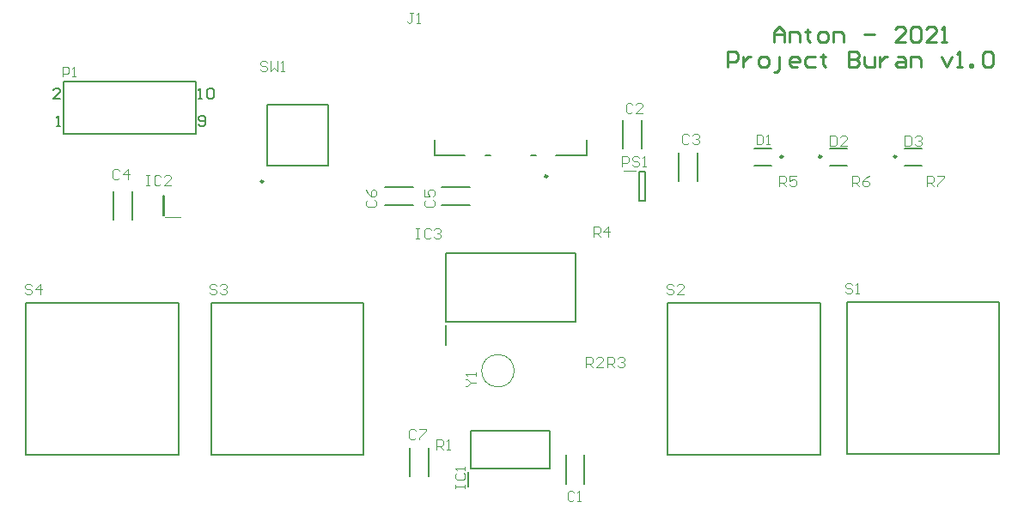
<source format=gto>
G04*
G04 #@! TF.GenerationSoftware,Altium Limited,Altium Designer,21.2.2 (38)*
G04*
G04 Layer_Color=65535*
%FSLAX25Y25*%
%MOIN*%
G70*
G04*
G04 #@! TF.SameCoordinates,A8DC1787-E1FC-4306-BF81-433DAE83029F*
G04*
G04*
G04 #@! TF.FilePolarity,Positive*
G04*
G01*
G75*
%ADD10C,0.00394*%
%ADD11C,0.00984*%
%ADD12C,0.00787*%
%ADD13C,0.01000*%
%ADD14C,0.00600*%
D10*
X191929Y48032D02*
G03*
X191929Y60630I0J6299D01*
G01*
D02*
G03*
X191929Y48032I0J-6299D01*
G01*
X240748Y131988D02*
X245472D01*
X62709Y113883D02*
X68771Y113880D01*
X160002Y109695D02*
X161314D01*
X160658D01*
Y105760D01*
X160002D01*
X161314D01*
X165905Y109039D02*
X165250Y109695D01*
X163938D01*
X163282Y109039D01*
Y106415D01*
X163938Y105760D01*
X165250D01*
X165905Y106415D01*
X167217Y109039D02*
X167873Y109695D01*
X169185D01*
X169841Y109039D01*
Y108383D01*
X169185Y107727D01*
X168529D01*
X169185D01*
X169841Y107071D01*
Y106415D01*
X169185Y105760D01*
X167873D01*
X167217Y106415D01*
X179528Y48459D02*
X180184D01*
X181496Y49771D01*
X180184Y51083D01*
X179528D01*
X181496Y49771D02*
X183464D01*
Y52395D02*
Y53707D01*
Y53051D01*
X179528D01*
X180184Y52395D01*
X175296Y8630D02*
Y9942D01*
Y9286D01*
X179232D01*
Y8630D01*
Y9942D01*
X175952Y14534D02*
X175296Y13878D01*
Y12566D01*
X175952Y11910D01*
X178576D01*
X179232Y12566D01*
Y13878D01*
X178576Y14534D01*
X179232Y15845D02*
Y17157D01*
Y16501D01*
X175296D01*
X175952Y15845D01*
X159974Y30938D02*
X159318Y31594D01*
X158006D01*
X157350Y30938D01*
Y28314D01*
X158006Y27658D01*
X159318D01*
X159974Y28314D01*
X161286Y31594D02*
X163910D01*
Y30938D01*
X161286Y28314D01*
Y27658D01*
X358531Y126083D02*
Y130019D01*
X360499D01*
X361155Y129363D01*
Y128051D01*
X360499Y127395D01*
X358531D01*
X359843D02*
X361155Y126083D01*
X362467Y130019D02*
X365091D01*
Y129363D01*
X362467Y126739D01*
Y126083D01*
X329397D02*
Y130019D01*
X331365D01*
X332021Y129363D01*
Y128051D01*
X331365Y127395D01*
X329397D01*
X330709D02*
X332021Y126083D01*
X335957Y130019D02*
X334645Y129363D01*
X333333Y128051D01*
Y126739D01*
X333989Y126083D01*
X335301D01*
X335957Y126739D01*
Y127395D01*
X335301Y128051D01*
X333333D01*
X301051Y126083D02*
Y130019D01*
X303019D01*
X303675Y129363D01*
Y128051D01*
X303019Y127395D01*
X301051D01*
X302363D02*
X303675Y126083D01*
X307611Y130019D02*
X304987D01*
Y128051D01*
X306299Y128707D01*
X306955D01*
X307611Y128051D01*
Y126739D01*
X306955Y126083D01*
X305643D01*
X304987Y126739D01*
X349870Y145767D02*
Y141831D01*
X351838D01*
X352494Y142487D01*
Y145111D01*
X351838Y145767D01*
X349870D01*
X353806Y145111D02*
X354462Y145767D01*
X355773D01*
X356429Y145111D01*
Y144455D01*
X355773Y143799D01*
X355118D01*
X355773D01*
X356429Y143143D01*
Y142487D01*
X355773Y141831D01*
X354462D01*
X353806Y142487D01*
X320736Y145767D02*
Y141831D01*
X322704D01*
X323360Y142487D01*
Y145111D01*
X322704Y145767D01*
X320736D01*
X327295Y141831D02*
X324672D01*
X327295Y144455D01*
Y145111D01*
X326640Y145767D01*
X325328D01*
X324672Y145111D01*
X292258Y146161D02*
Y142225D01*
X294226D01*
X294882Y142881D01*
Y145505D01*
X294226Y146161D01*
X292258D01*
X296194Y142225D02*
X297506D01*
X296850D01*
Y146161D01*
X296194Y145505D01*
X141486Y120625D02*
X140830Y119969D01*
Y118657D01*
X141486Y118001D01*
X144109D01*
X144765Y118657D01*
Y119969D01*
X144109Y120625D01*
X140830Y124561D02*
X141486Y123249D01*
X142797Y121937D01*
X144109D01*
X144765Y122593D01*
Y123905D01*
X144109Y124561D01*
X143453D01*
X142797Y123905D01*
Y121937D01*
X102424Y173978D02*
X101768Y174634D01*
X100456D01*
X99800Y173978D01*
Y173322D01*
X100456Y172666D01*
X101768D01*
X102424Y172010D01*
Y171354D01*
X101768Y170698D01*
X100456D01*
X99800Y171354D01*
X103736Y174634D02*
Y170698D01*
X105048Y172010D01*
X106360Y170698D01*
Y174634D01*
X107671Y170698D02*
X108983D01*
X108327D01*
Y174634D01*
X107671Y173978D01*
X11024Y87378D02*
X10368Y88034D01*
X9056D01*
X8400Y87378D01*
Y86722D01*
X9056Y86066D01*
X10368D01*
X11024Y85410D01*
Y84754D01*
X10368Y84098D01*
X9056D01*
X8400Y84754D01*
X14304Y84098D02*
Y88034D01*
X12336Y86066D01*
X14960D01*
X82824Y87378D02*
X82168Y88034D01*
X80856D01*
X80200Y87378D01*
Y86722D01*
X80856Y86066D01*
X82168D01*
X82824Y85410D01*
Y84754D01*
X82168Y84098D01*
X80856D01*
X80200Y84754D01*
X84136Y87378D02*
X84792Y88034D01*
X86104D01*
X86760Y87378D01*
Y86722D01*
X86104Y86066D01*
X85448D01*
X86104D01*
X86760Y85410D01*
Y84754D01*
X86104Y84098D01*
X84792D01*
X84136Y84754D01*
X260024Y87378D02*
X259368Y88034D01*
X258056D01*
X257400Y87378D01*
Y86722D01*
X258056Y86066D01*
X259368D01*
X260024Y85410D01*
Y84754D01*
X259368Y84098D01*
X258056D01*
X257400Y84754D01*
X263960Y84098D02*
X261336D01*
X263960Y86722D01*
Y87378D01*
X263304Y88034D01*
X261992D01*
X261336Y87378D01*
X329384Y87578D02*
X328728Y88234D01*
X327416D01*
X326760Y87578D01*
Y86922D01*
X327416Y86266D01*
X328728D01*
X329384Y85610D01*
Y84954D01*
X328728Y84298D01*
X327416D01*
X326760Y84954D01*
X330696Y84298D02*
X332008D01*
X331352D01*
Y88234D01*
X330696Y87578D01*
X168144Y23721D02*
Y27657D01*
X170112D01*
X170768Y27001D01*
Y25689D01*
X170112Y25033D01*
X168144D01*
X169456D02*
X170768Y23721D01*
X172080D02*
X173392D01*
X172736D01*
Y27657D01*
X172080Y27001D01*
X228964Y106343D02*
Y110279D01*
X230932D01*
X231588Y109623D01*
Y108311D01*
X230932Y107655D01*
X228964D01*
X230276D02*
X231588Y106343D01*
X234868D02*
Y110279D01*
X232900Y108311D01*
X235523D01*
X234504Y55829D02*
Y59764D01*
X236472D01*
X237128Y59108D01*
Y57797D01*
X236472Y57140D01*
X234504D01*
X235816D02*
X237128Y55829D01*
X238440Y59108D02*
X239096Y59764D01*
X240408D01*
X241063Y59108D01*
Y58452D01*
X240408Y57797D01*
X239752D01*
X240408D01*
X241063Y57140D01*
Y56485D01*
X240408Y55829D01*
X239096D01*
X238440Y56485D01*
X226236Y55810D02*
Y59745D01*
X228204D01*
X228860Y59089D01*
Y57778D01*
X228204Y57122D01*
X226236D01*
X227548D02*
X228860Y55810D01*
X232796D02*
X230172D01*
X232796Y58434D01*
Y59089D01*
X232140Y59745D01*
X230828D01*
X230172Y59089D01*
X240215Y133855D02*
Y137790D01*
X242183D01*
X242839Y137134D01*
Y135822D01*
X242183Y135167D01*
X240215D01*
X246775Y137134D02*
X246119Y137790D01*
X244807D01*
X244151Y137134D01*
Y136478D01*
X244807Y135822D01*
X246119D01*
X246775Y135167D01*
Y134511D01*
X246119Y133855D01*
X244807D01*
X244151Y134511D01*
X248087Y133855D02*
X249399D01*
X248743D01*
Y137790D01*
X248087Y137134D01*
X22943Y168537D02*
Y172472D01*
X24911D01*
X25567Y171816D01*
Y170504D01*
X24911Y169849D01*
X22943D01*
X26879Y168537D02*
X28191D01*
X27535D01*
Y172472D01*
X26879Y171816D01*
X159209Y193373D02*
X157897D01*
X158553D01*
Y190093D01*
X157897Y189437D01*
X157241D01*
X156585Y190093D01*
X160521Y189437D02*
X161833D01*
X161177D01*
Y193373D01*
X160521Y192717D01*
X55300Y130234D02*
X56612D01*
X55956D01*
Y126298D01*
X55300D01*
X56612D01*
X61204Y129578D02*
X60548Y130234D01*
X59236D01*
X58580Y129578D01*
Y126954D01*
X59236Y126298D01*
X60548D01*
X61204Y126954D01*
X65139Y126298D02*
X62515D01*
X65139Y128922D01*
Y129578D01*
X64483Y130234D01*
X63171D01*
X62515Y129578D01*
X266144Y145650D02*
X265489Y146306D01*
X264177D01*
X263521Y145650D01*
Y143027D01*
X264177Y142371D01*
X265489D01*
X266144Y143027D01*
X267456Y145650D02*
X268112Y146306D01*
X269424D01*
X270080Y145650D01*
Y144994D01*
X269424Y144339D01*
X268768D01*
X269424D01*
X270080Y143683D01*
Y143027D01*
X269424Y142371D01*
X268112D01*
X267456Y143027D01*
X244226Y157710D02*
X243570Y158365D01*
X242258D01*
X241602Y157710D01*
Y155086D01*
X242258Y154430D01*
X243570D01*
X244226Y155086D01*
X248162Y154430D02*
X245538D01*
X248162Y157054D01*
Y157710D01*
X247506Y158365D01*
X246194D01*
X245538Y157710D01*
X221555Y6922D02*
X220899Y7578D01*
X219587D01*
X218931Y6922D01*
Y4298D01*
X219587Y3642D01*
X220899D01*
X221555Y4298D01*
X222867Y3642D02*
X224179D01*
X223523D01*
Y7578D01*
X222867Y6922D01*
X45124Y132078D02*
X44468Y132734D01*
X43156D01*
X42500Y132078D01*
Y129454D01*
X43156Y128798D01*
X44468D01*
X45124Y129454D01*
X48404Y128798D02*
Y132734D01*
X46436Y130766D01*
X49060D01*
X164042Y120702D02*
X163386Y120046D01*
Y118735D01*
X164042Y118078D01*
X166666D01*
X167322Y118735D01*
Y120046D01*
X166666Y120702D01*
X163386Y124638D02*
Y122014D01*
X165354D01*
X164698Y123326D01*
Y123982D01*
X165354Y124638D01*
X166666D01*
X167322Y123982D01*
Y122670D01*
X166666Y122014D01*
D11*
X302461Y137500D02*
G03*
X302461Y137500I-492J0D01*
G01*
X346555Y137500D02*
G03*
X346555Y137500I-492J0D01*
G01*
X317421D02*
G03*
X317421Y137500I-492J0D01*
G01*
X211122Y129921D02*
G03*
X211122Y129921I-492J0D01*
G01*
X100886Y127854D02*
G03*
X100886Y127854I-492J0D01*
G01*
D12*
X171653Y73327D02*
Y100098D01*
X222047D01*
Y73327D02*
Y100098D01*
X171653Y73327D02*
X222047D01*
X171693Y64370D02*
Y71949D01*
X291535Y134153D02*
X298228D01*
X291535Y140847D02*
X298228D01*
X181496Y16499D02*
Y31066D01*
X212205D01*
Y16499D02*
Y31066D01*
X181496Y16499D02*
X212205D01*
X180512Y9314D02*
Y15121D01*
X327301Y21951D02*
Y81006D01*
Y21951D02*
X386356D01*
Y81006D01*
X327301D02*
X386356D01*
X157850Y13263D02*
Y24335D01*
X164985Y13263D02*
Y24335D01*
X8881Y80807D02*
X67936D01*
Y21752D02*
Y80807D01*
X8881Y21752D02*
X67936D01*
X8881D02*
Y80807D01*
X349803Y134153D02*
X356496D01*
X349803Y140847D02*
X356496D01*
X320669Y134153D02*
X327362D01*
X320669Y140847D02*
X327362D01*
X246850Y131791D02*
X249213D01*
Y120374D02*
Y131791D01*
X246850Y120374D02*
X249213D01*
X246850D02*
Y131791D01*
X61909Y114567D02*
X62500D01*
X61909D02*
Y122441D01*
X62500D01*
Y114567D02*
Y122441D01*
X74646Y146221D02*
Y166811D01*
X23465D02*
X74646D01*
X23465Y146221D02*
X74646D01*
X23465D02*
Y166811D01*
X269315Y128027D02*
Y139099D01*
X262181Y128027D02*
Y139099D01*
X247662Y140626D02*
Y151697D01*
X240527Y140626D02*
Y151697D01*
X225418Y10508D02*
Y21579D01*
X218283Y10508D02*
Y21579D01*
X170094Y118579D02*
X181166D01*
X170094Y125713D02*
X181166D01*
X148000Y118579D02*
X159072D01*
X148000Y125713D02*
X159072D01*
X167441Y137894D02*
Y144173D01*
X214567Y137894D02*
X226260D01*
X204724D02*
X206693D01*
X187008D02*
X188976D01*
X167441D02*
X179134D01*
X226260D02*
Y144173D01*
X257874Y21752D02*
Y80807D01*
Y21752D02*
X316929D01*
Y80807D01*
X257874D02*
X316929D01*
X80709Y21752D02*
Y80807D01*
Y21752D02*
X139764D01*
Y80807D01*
X80709D02*
X139764D01*
X102362Y133957D02*
X125984D01*
X102362Y157579D02*
X125984D01*
Y133957D02*
Y157579D01*
X102362Y133957D02*
Y157579D01*
X50024Y112968D02*
Y124040D01*
X42889Y112968D02*
Y124040D01*
D13*
X299188Y181987D02*
Y185986D01*
X301187Y187985D01*
X303187Y185986D01*
Y181987D01*
Y184986D01*
X299188D01*
X305186Y181987D02*
Y185986D01*
X308185D01*
X309185Y184986D01*
Y181987D01*
X312184Y186985D02*
Y185986D01*
X311184D01*
X313183D01*
X312184D01*
Y182986D01*
X313183Y181987D01*
X317182D02*
X319181D01*
X320181Y182986D01*
Y184986D01*
X319181Y185986D01*
X317182D01*
X316182Y184986D01*
Y182986D01*
X317182Y181987D01*
X322181D02*
Y185986D01*
X325180D01*
X326179Y184986D01*
Y181987D01*
X334177Y184986D02*
X338175D01*
X350171Y181987D02*
X346173D01*
X350171Y185986D01*
Y186985D01*
X349172Y187985D01*
X347172D01*
X346173Y186985D01*
X352171D02*
X353170Y187985D01*
X355170D01*
X356170Y186985D01*
Y182986D01*
X355170Y181987D01*
X353170D01*
X352171Y182986D01*
Y186985D01*
X362168Y181987D02*
X358169D01*
X362168Y185986D01*
Y186985D01*
X361168Y187985D01*
X359169D01*
X358169Y186985D01*
X364167Y181987D02*
X366166D01*
X365167D01*
Y187985D01*
X364167Y186985D01*
X281194Y172389D02*
Y178387D01*
X284193D01*
X285192Y177387D01*
Y175388D01*
X284193Y174389D01*
X281194D01*
X287192Y176388D02*
Y172389D01*
Y174389D01*
X288192Y175388D01*
X289191Y176388D01*
X290191D01*
X294190Y172389D02*
X296189D01*
X297189Y173389D01*
Y175388D01*
X296189Y176388D01*
X294190D01*
X293190Y175388D01*
Y173389D01*
X294190Y172389D01*
X299188Y170390D02*
X300188D01*
X301187Y171389D01*
Y176388D01*
X308185Y172389D02*
X306186D01*
X305186Y173389D01*
Y175388D01*
X306186Y176388D01*
X308185D01*
X309185Y175388D01*
Y174389D01*
X305186D01*
X315183Y176388D02*
X312184D01*
X311184Y175388D01*
Y173389D01*
X312184Y172389D01*
X315183D01*
X318182Y177387D02*
Y176388D01*
X317182D01*
X319181D01*
X318182D01*
Y173389D01*
X319181Y172389D01*
X328179Y178387D02*
Y172389D01*
X331178D01*
X332177Y173389D01*
Y174389D01*
X331178Y175388D01*
X328179D01*
X331178D01*
X332177Y176388D01*
Y177387D01*
X331178Y178387D01*
X328179D01*
X334177Y176388D02*
Y173389D01*
X335176Y172389D01*
X338175D01*
Y176388D01*
X340175D02*
Y172389D01*
Y174389D01*
X341174Y175388D01*
X342174Y176388D01*
X343174D01*
X347172D02*
X349172D01*
X350171Y175388D01*
Y172389D01*
X347172D01*
X346173Y173389D01*
X347172Y174389D01*
X350171D01*
X352171Y172389D02*
Y176388D01*
X355170D01*
X356170Y175388D01*
Y172389D01*
X364167Y176388D02*
X366166Y172389D01*
X368166Y176388D01*
X370165Y172389D02*
X372164D01*
X371165D01*
Y178387D01*
X370165Y177387D01*
X375163Y172389D02*
Y173389D01*
X376163D01*
Y172389D01*
X375163D01*
X380162Y177387D02*
X381161Y178387D01*
X383161D01*
X384160Y177387D01*
Y173389D01*
X383161Y172389D01*
X381161D01*
X380162Y173389D01*
Y177387D01*
D14*
X22154Y160059D02*
X19488D01*
X22154Y162725D01*
Y163391D01*
X21487Y164058D01*
X20155D01*
X19488Y163391D01*
X20669Y149429D02*
X22002D01*
X21336D01*
Y153428D01*
X20669Y152761D01*
X75866Y150096D02*
X76533Y149429D01*
X77865D01*
X78532Y150096D01*
Y152761D01*
X77865Y153428D01*
X76533D01*
X75866Y152761D01*
Y152095D01*
X76533Y151428D01*
X78532D01*
X75866Y160059D02*
X77199D01*
X76533D01*
Y164058D01*
X75866Y163391D01*
X79198D02*
X79865Y164058D01*
X81198D01*
X81864Y163391D01*
Y160725D01*
X81198Y160059D01*
X79865D01*
X79198Y160725D01*
Y163391D01*
M02*

</source>
